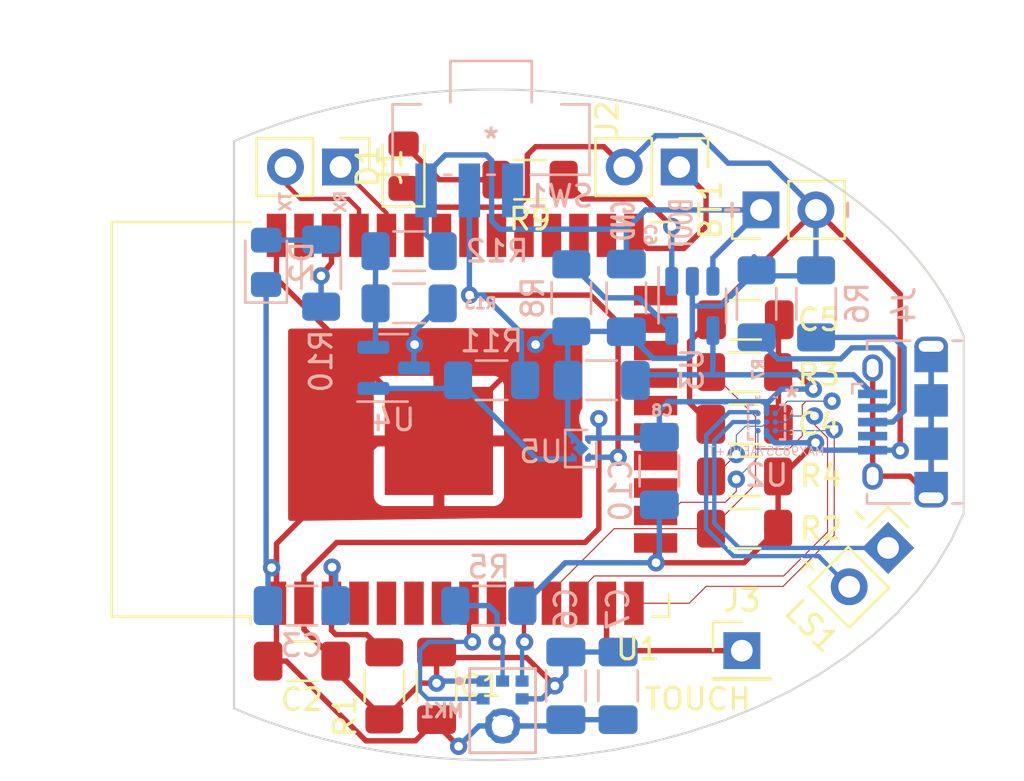
<source format=kicad_pcb>
(kicad_pcb (version 20221018) (generator pcbnew)
  (layers (0 "F.Cu" signal) (31 "B.Cu" signal) (34 "B.Paste" user) (35 "F.Paste" user) (36 "B.SilkS" user "B.Silkscreen") (37 "F.SilkS" user "F.Silkscreen") (38 "B.Mask" user) (39 "F.Mask" user) (44 "Edge.Cuts" user))
  (net 0 "")
  (net 1 "+BATT")
  (net 2 "GND")
  (net 3 "+3.3V")
  (net 4 "Net-(U1-EN)")
  (net 5 "/ESP_RX")
  (net 6 "/ESP_TX")
  (net 7 "/ESP_BOOT")
  (net 8 "Net-(J4-VBUS)")
  (net 9 "Net-(J4-D-)")
  (net 10 "/MIC_WS")
  (net 11 "/MIC_DATA")
  (net 12 "/MIC_BCLK")
  (net 13 "Net-(J4-D+)")
  (net 14 "/Power/CHRG_FULL")
  (net 16 "Net-(J3-Pin_1)")
  (net 17 "unconnected-(J4-Shield-Pad6)")
  (net 18 "/SPK_EN")
  (net 19 "/SPK_DATA")
  (net 20 "/SPK_BCLK")
  (net 21 "/SPK_WS")
  (net 22 "Net-(U3-PROG)")
  (net 40 "/SPK-")
  (net 41 "/SPK+")
  (net 46 "/GAIN_SELECT")
  (net 47 "Net-(U1-IO22)")
  (net 48 "/INDICATOR")
  (net 49 "Net-(U3-STAT)")
  (net 50 "Net-(U5-VIN)")
  (net 51 "Net-(U4-K)")
  (net 52 "Net-(U4-REF)")
  (footprint "Connector_PinHeader_2.54mm:PinHeader_1x02_P2.54mm_Vertical" (layer "F.Cu") (at 168.27 85.852 90)
    (fp_text reference "BT1")
    (fp_text value "Battery_Cell")
  )
  (footprint "Resistor_SMD:R_1206_3216Metric_Pad1.30x1.75mm_HandSolder" (layer "F.Cu") (at 150.876 107.8484 90)
    (fp_text reference "R1")
    (fp_text value "10k")
  )
  (footprint "Capacitor_SMD:C_1206_3216Metric_Pad1.33x1.80mm_HandSolder" (layer "F.Cu") (at 167.513 95.758)
    (fp_text reference "C4")
    (fp_text value "0.1uF")
  )
  (footprint "Capacitor_SMD:C_1206_3216Metric_Pad1.33x1.80mm_HandSolder" (layer "F.Cu") (at 147.066 106.7054)
    (fp_text reference "C2")
    (fp_text value "0.1uF")
  )
  (footprint "Resistor_SMD:R_1206_3216Metric_Pad1.30x1.75mm_HandSolder" (layer "F.Cu") (at 167.513 93.345 180)
    (fp_text reference "R3")
    (fp_text value "210k")
  )
  (footprint "Capacitor_SMD:C_1206_3216Metric_Pad1.33x1.80mm_HandSolder" (layer "F.Cu") (at 167.5515 90.932)
    (fp_text reference "C5")
    (fp_text value "10uF")
  )
  (footprint "Capacitor_SMD:C_1206_3216Metric_Pad1.33x1.80mm_HandSolder" (layer "F.Cu") (at 153.289 107.8484 90)
    (fp_text reference "C1")
    (fp_text value "10uF")
  )
  (footprint "Connector_PinHeader_2.54mm:PinHeader_1x01_P2.54mm_Vertical" (layer "F.Cu") (at 167.386 106.2228)
    (fp_text reference "J3")
    (fp_text value "TOUCH")
  )
  (footprint "Resistor_SMD:R_1206_3216Metric_Pad1.30x1.75mm_HandSolder" (layer "F.Cu") (at 157.607 84.455 180)
    (fp_text reference "R9")
    (fp_text value "150")
  )
  (footprint "Connector_PinHeader_2.54mm:PinHeader_1x02_P2.54mm_Vertical" (layer "F.Cu") (at 148.849 83.8708 -90)
    (fp_text reference "J1")
    (fp_text value "Conn_01x02_Female")
  )
  (footprint "LED_SMD:LED_0805_2012Metric_Pad1.15x1.40mm_HandSolder" (layer "F.Cu") (at 151.765 83.829 90)
    (fp_text reference "D1")
    (fp_text value "LED")
  )
  (footprint "Resistor_SMD:R_1206_3216Metric_Pad1.30x1.75mm_HandSolder" (layer "F.Cu") (at 167.513 98.171)
    (fp_text reference "R4")
    (fp_text value "100k")
  )
  (footprint "RF_Module:ESP32-WROOM-32" (layer "F.Cu") (at 154.149 95.5294 90)
    (fp_text reference "U1")
    (fp_text value "ESP32-WROOM-32")
  )
  (footprint "Connector_PinHeader_2.54mm:PinHeader_1x02_P2.54mm_Vertical" (layer "F.Cu") (at 174.1424 101.473 -45)
    (fp_text reference "LS1")
    (fp_text value "Speaker")
  )
  (footprint "Resistor_SMD:R_1206_3216Metric_Pad1.30x1.75mm_HandSolder" (layer "F.Cu") (at 167.513 100.584 180)
    (fp_text reference "R2")
    (fp_text value "100k")
  )
  (footprint "Connector_PinHeader_2.54mm:PinHeader_1x02_P2.54mm_Vertical" (layer "F.Cu") (at 164.4954 83.8708 -90)
    (fp_text reference "J2")
    (fp_text value "Conn_01x02_Female")
  )
  (footprint "Resistor_SMD:R_1206_3216Metric_Pad1.30x1.75mm_HandSolder" (layer "B.Cu") (at 155.702 104.14)
    (fp_text reference "R5")
    (fp_text value "100k")
  )
  (footprint "Package_TO_SOT_SMD:SOT-23" (layer "B.Cu") (at 151.3055 93.152)
    (fp_text reference "U4")
    (fp_text value "TL431DBZ")
  )
  (footprint "Capacitor_SMD:C_1206_3216Metric_Pad1.33x1.80mm_HandSolder" (layer "B.Cu") (at 163.576 97.917 -90)
    (fp_text reference "C10")
    (fp_text value "1uF")
  )
  (footprint "Capacitor_SMD:C_1206_3216Metric_Pad1.33x1.80mm_HandSolder" (layer "B.Cu") (at 162.052 89.916 -90)
    (fp_text reference "C9")
    (fp_text value "4.7uF")
  )
  (footprint "CMM-3526D-261-I2S-TR:MIC_CMM-3526D-261-I2S-TR" (layer "B.Cu") (at 156.337 108.9914 180)
    (fp_text reference "MK1")
    (fp_text value "CMM-3526D-261-I2S-TR")
  )
  (footprint "LED_SMD:LED_0805_2012Metric_Pad1.15x1.40mm_HandSolder" (layer "B.Cu") (at 145.415 88.274 90)
    (fp_text reference "D2")
    (fp_text value "LED")
  )
  (footprint "Package_TO_SOT_SMD:SOT-23-5" (layer "B.Cu") (at 165.1 90.2915 -90)
    (fp_text reference "U3")
    (fp_text value "MCP73831-2-OT")
  )
  (footprint "Resistor_SMD:R_1206_3216Metric_Pad1.30x1.75mm_HandSolder" (layer "B.Cu") (at 168.067 90.1954 90)
    (fp_text reference "R7")
    (fp_text value "10k")
  )
  (footprint "Capacitor_SMD:C_1206_3216Metric_Pad1.33x1.80mm_HandSolder" (layer "B.Cu") (at 160.909 93.726 180)
    (fp_text reference "C8")
    (fp_text value "4.7uF")
  )
  (footprint "MAX98357AEWL+T:MAX98357AEWL&plus_T" (layer "B.Cu") (at 168.529 95.6564 180)
    (fp_text reference "U2")
    (fp_text value "MAX98357AEWL+T")
  )
  (footprint "Resistor_SMD:R_1206_3216Metric_Pad1.30x1.75mm_HandSolder" (layer "B.Cu") (at 147.955 88.773 90)
    (fp_text reference "R10")
    (fp_text value "100")
  )
  (footprint "Capacitor_SMD:C_1206_3216Metric_Pad1.33x1.80mm_HandSolder" (layer "B.Cu") (at 161.671 107.8484 90)
    (fp_text reference "C7")
    (fp_text value "1uF")
  )
  (footprint "Connector_USB:USB_Micro-B_Amphenol_10118194_Horizontal" (layer "B.Cu") (at 174.829 95.6564 -90)
    (fp_text reference "J4")
    (fp_text value "USB_B_Micro")
  )
  (footprint "Resistor_SMD:R_1206_3216Metric_Pad1.30x1.75mm_HandSolder" (layer "B.Cu") (at 170.815 90.1954 90)
    (fp_text reference "R6")
    (fp_text value "10k")
  )
  (footprint "Package_DFN_QFN:OnSemi_XDFN4-1EP_1.0x1.0mm_EP0.52x0.52mm" (layer "B.Cu") (at 159.949 96.878 180)
    (fp_text reference "U5")
    (fp_text value "NCP160AMX330TBG")
  )
  (footprint "Capacitor_SMD:C_1206_3216Metric_Pad1.33x1.80mm_HandSolder" (layer "B.Cu") (at 147.066 104.14)
    (fp_text reference "C3")
    (fp_text value "10uF")
  )
  (footprint "CSS-1210TB:CSS-1210TB" (layer "B.Cu") (at 155.8036 82.6008)
    (fp_text reference "SW1")
    (fp_text value "CSS-1210TB" hide)
  )
  (footprint "Capacitor_SMD:C_1206_3216Metric_Pad1.33x1.80mm_HandSolder" (layer "B.Cu") (at 159.258 107.8484 90)
    (fp_text reference "C6")
    (fp_text value "0.1uF")
  )
  (footprint "Resistor_SMD:R_1206_3216Metric_Pad1.30x1.75mm_HandSolder" (layer "B.Cu") (at 155.829 93.726 180)
    (fp_text reference "R11")
    (fp_text value "10k")
  )
  (footprint "Resistor_SMD:R_1206_3216Metric_Pad1.30x1.75mm_HandSolder" (layer "B.Cu") (at 152.019 90.17 180)
    (fp_text reference "R13")
    (fp_text value "120k")
  )
  (footprint "Resistor_SMD:R_1206_3216Metric_Pad1.30x1.75mm_HandSolder" (layer "B.Cu") (at 159.512 89.916 -90)
    (fp_text reference "R8")
    (fp_text value "4k")
  )
  (footprint "Resistor_SMD:R_1206_3216Metric_Pad1.30x1.75mm_HandSolder" (layer "B.Cu") (at 152.019 87.757)
    (fp_text reference "R12")
    (fp_text value "220k")
  )
  (gr_poly (pts (xy 156.878576 80.296983) (xy 157.816994 80.337546) (xy 158.746255 80.404523) (xy 159.665451 80.497438) (xy 160.573675 80.615814) (xy 161.47002 80.759174) (xy 162.353577 80.927039) (xy 163.223439 81.118934) (xy 164.078699 81.334381) (xy 164.918449 81.572902) (xy 165.741781 81.834021) (xy 166.547787 82.11726) (xy 167.335561 82.422142) (xy 168.104194 82.748191) (xy 168.852779 83.094928) (xy 169.580408 83.461876) (xy 170.286174 83.848559) (xy 170.969169 84.254499) (xy 171.628485 84.679219) (xy 172.263214 85.122242) (xy 172.87245 85.58309) (xy 173.455285 86.061287) (xy 174.010811 86.556355) (xy 174.538119 87.067817) (xy 175.036304 87.595196) (xy 175.504457 88.138015) (xy 175.94167 88.695796) (xy 176.347036 89.268062) (xy 176.719647 89.854336) (xy 177.058596 90.454141) (xy 177.362975 91.067) (xy 177.631877 91.692435) (xy 177.631877 99.876947) (xy 177.058353 101.115047) (xy 176.346588 102.300928) (xy 175.503843 103.430776) (xy 174.537376 104.500774) (xy 173.454447 105.507106) (xy 172.262316 106.445957) (xy 170.968241 107.31351) (xy 169.579482 108.10595) (xy 168.103298 108.819461) (xy 166.546949 109.450226) (xy 164.917695 109.994431) (xy 163.222793 110.448259) (xy 161.469505 110.807894) (xy 159.665088 111.069521) (xy 157.816803 111.229324) (xy 155.931909 111.283487) (xy 155.136603 111.273507) (xy 154.34405 111.244255) (xy 153.554956 111.195871) (xy 152.770024 111.128496) (xy 151.989961 111.04227) (xy 151.215471 110.937333) (xy 150.447258 110.813827) (xy 149.686028 110.671891) (xy 148.932484 110.511668) (xy 148.187333 110.333296) (xy 147.451279 110.136917) (xy 146.725025 109.922672) (xy 146.009279 109.6907) (xy 145.304743 109.441143) (xy 144.612123 109.174141) (xy 143.932124 108.889835) (xy 143.932126 82.676446) (xy 144.612138 82.392174) (xy 145.304769 82.125206) (xy 146.009315 81.875682) (xy 146.725069 81.643744) (xy 147.451328 81.429533) (xy 148.187387 81.233187) (xy 148.932541 81.054849) (xy 149.686085 80.894658) (xy 150.447315 80.752755) (xy 151.215525 80.629282) (xy 151.990011 80.524377) (xy 152.770068 80.438182) (xy 153.55499 80.370838) (xy 154.344075 80.322485) (xy 155.136616 80.293263) (xy 155.931908 80.283313) (xy 155.931909 80.283313)) (stroke (width 0.1)) (fill none) (layer "Edge.Cuts"))
  (gr_text "-" (at 172.212 85.852 90) (layer "B.SilkS") (effects (font (size 0.8 0.8)) (justify mirror)))
  (gr_text "RX" (at 148.844 85.471 90) (layer "B.SilkS") (effects (font (size 0.5 0.5) (thickness 0.125)) (justify mirror)))
  (gr_text "GND" (at 161.925 86.36 90) (layer "B.SilkS") (effects (font (size 1 0.6)) (justify mirror)))
  (gr_text "BOOT" (at 164.592 86.487 90) (layer "B.SilkS") (effects (font (size 1 0.6) (thickness 0.125)) (justify mirror)))
  (gr_text "+" (at 166.878 85.852 90) (layer "B.SilkS") (effects (font (size 0.8 0.8)) (justify mirror)))
  (gr_text "TX" (at 146.304 85.471 90) (layer "B.SilkS") (effects (font (size 0.5 0.5) (thickness 0.125)) (justify mirror)))
  (gr_text "\n+" (at 169.799 102.8446 -225) (layer "F.SilkS") (effects (font (size 1 1) (thickness 0.1))))
  (gr_text "-" (at 172.7962 99.9998 -225) (layer "F.SilkS") (effects (font (size 0.6 0.6))))
  (segment (start 166.05 89.154) (end 166.05 88.072) (width 0.25) (layer "B.Cu") (net 1))
  (segment (start 162.052 88.3535) (end 162.052 86.741) (width 0.25) (layer "B.Cu") (net 1))
  (segment (start 152.803225 84.201) (end 152.803225 84.9503) (width 0.25) (layer "B.Cu") (net 1))
  (segment (start 155.829 83.566) (end 155.575 83.312) (width 0.25) (layer "B.Cu") (net 1))
  (segment (start 153.569 87.757) (end 152.803225 86.991225) (width 0.25) (layer "B.Cu") (net 1))
  (segment (start 156.21 86.741) (end 155.829 86.36) (width 0.25) (layer "B.Cu") (net 1))
  (segment (start 152.803225 86.991225) (end 152.803225 84.9503) (width 0.25) (layer "B.Cu") (net 1))
  (segment (start 155.829 86.36) (end 155.829 83.566) (width 0.25) (layer "B.Cu") (net 1))
  (segment (start 155.575 83.312) (end 153.692225 83.312) (width 0.25) (layer "B.Cu") (net 1))
  (segment (start 153.692225 83.312) (end 152.803225 84.201) (width 0.25) (layer "B.Cu") (net 1))
  (segment (start 162.052 86.741) (end 162.941 85.852) (width 0.25) (layer "B.Cu") (net 1))
  (segment (start 162.052 86.741) (end 156.21 86.741) (width 0.25) (layer "B.Cu") (net 1))
  (segment (start 162.941 85.852) (end 168.27 85.852) (width 0.25) (layer "B.Cu") (net 1))
  (segment (start 166.05 88.072) (end 168.27 85.852) (width 0.25) (layer "B.Cu") (net 1))
  (segment (start 174.7012 89.7432) (end 174.7012 96.9772) (width 0.25) (layer "F.Cu") (net 2))
  (segment (start 163.404 102.1392) (end 163.4236 102.1588) (width 0.25) (layer "F.Cu") (net 2))
  (segment (start 150.027827 110.3884) (end 152.3115 110.3884) (width 0.25) (layer "F.Cu") (net 2))
  (segment (start 153.4066 96.5294) (end 153.394 96.5294) (width 0.25) (layer "F.Cu") (net 2))
  (segment (start 165.9505 95.758) (end 164.973 94.7805) (width 0.25) (layer "F.Cu") (net 2))
  (segment (start 156.972 85.725) (end 157.48 85.217) (width 0.25) (layer "F.Cu") (net 2))
  (segment (start 145.894 101.854) (end 145.894 102.1624) (width 0.25) (layer "F.Cu") (net 2))
  (segment (start 145.894 102.1624) (end 145.669 102.3874) (width 0.25) (layer "F.Cu") (net 2))
  (segment (start 167.4882 102.1588) (end 163.4236 102.1588) (width 0.25) (layer "F.Cu") (net 2))
  (segment (start 145.894 102.6124) (end 145.894 104.0294) (width 0.25) (layer "F.Cu") (net 2))
  (segment (start 145.894 89.0294) (end 153.394 96.5294) (width 0.25) (layer "F.Cu") (net 2))
  (segment (start 165.989 90.673) (end 170.81 85.852) (width 0.25) (layer "F.Cu") (net 2))
  (segment (start 145.894 101.2794) (end 145.894 101.854) (width 0.25) (layer "F.Cu") (net 2))
  (segment (start 164.973 91.948) (end 165.989 90.932) (width 0.25) (layer "F.Cu") (net 2))
  (segment (start 151.765 84.854) (end 152.636 85.725) (width 0.25) (layer "F.Cu") (net 2))
  (segment (start 153.394 96.5294) (end 153.394 96.161) (width 0.25) (layer "F.Cu") (net 2))
  (segment (start 170.7896 96.6109) (end 169.2295 98.171) (width 0.25) (layer "F.Cu") (net 2))
  (segment (start 153.394 96.5294) (end 150.644 96.5294) (width 0.25) (layer "F.Cu") (net 2))
  (segment (start 163.404 101.2444) (end 163.404 102.1392) (width 0.25) (layer "F.Cu") (net 2))
  (segment (start 145.894 104.0294) (end 145.894 106.3149) (width 0.25) (layer "F.Cu") (net 2))
  (segment (start 150.644 96.5294) (end 145.894 101.2794) (width 0.25) (layer "F.Cu") (net 2))
  (segment (start 153.289 109.4109) (end 153.289 109.6264) (width 0.25) (layer "F.Cu") (net 2))
  (segment (start 145.669 102.3874) (end 145.894 102.6124) (width 0.25) (layer "F.Cu") (net 2))
  (segment (start 164.973 94.7805) (end 164.973 91.948) (width 0.25) (layer "F.Cu") (net 2))
  (segment (start 153.289 109.6264) (end 154.305 110.6424) (width 0.25) (layer "F.Cu") (net 2))
  (segment (start 169.2295 98.171) (end 169.063 98.171) (width 0.25) (layer "F.Cu") (net 2))
  (segment (start 169.063 100.584) (end 167.4882 102.1588) (width 0.25) (layer "F.Cu") (net 2))
  (segment (start 157.48 83.312) (end 157.861 82.931) (width 0.25) (layer "F.Cu") (net 2))
  (segment (start 157.48 85.217) (end 157.48 83.312) (width 0.25) (layer "F.Cu") (net 2))
  (segment (start 157.861 92.075) (end 153.4066 96.5294) (width 0.25) (layer "F.Cu") (net 2))
  (segment (start 165.989 90.932) (end 165.989 90.673) (width 0.25) (layer "F.Cu") (net 2))
  (segment (start 145.5035 106.7054) (end 146.344827 106.7054) (width 0.25) (layer "F.Cu") (net 2))
  (segment (start 145.894 106.3149) (end 145.5035 106.7054) (width 0.25) (layer "F.Cu") (net 2))
  (segment (start 170.81 85.852) (end 174.7012 89.7432) (width 0.25) (layer "F.Cu") (net 2))
  (segment (start 161.0156 82.931) (end 161.9554 83.8708) (width 0.25) (layer "F.Cu") (net 2))
  (segment (start 152.3115 110.3884) (end 153.289 109.4109) (width 0.25) (layer "F.Cu") (net 2))
  (segment (start 152.636 85.725) (end 156.972 85.725) (width 0.25) (layer "F.Cu") (net 2))
  (segment (start 169.063 100.584) (end 169.063 98.171) (width 0.25) (layer "F.Cu") (net 2))
  (segment (start 145.894 101.854) (end 145.894 104.0294) (width 0.25) (layer "F.Cu") (net 2))
  (segment (start 145.894 87.0294) (end 145.894 89.0294) (width 0.25) (layer "F.Cu") (net 2))
  (segment (start 146.344827 106.7054) (end 150.027827 110.3884) (width 0.25) (layer "F.Cu") (net 2))
  (segment (start 157.861 82.931) (end 161.0156 82.931) (width 0.25) (layer "F.Cu") (net 2))
  (via (at 170.7896 96.6109) (size 0.8) (drill 0.4) (layers "F.Cu" "B.Cu") (net 2))
  (via (at 145.669 102.3874) (size 0.8) (drill 0.4) (layers "F.Cu" "B.Cu") (net 2))
  (via (at 174.7012 96.9772) (size 0.8) (drill 0.4) (layers "F.Cu" "B.Cu") (net 2))
  (via (at 152.273 92.075) (size 0.8) (drill 0.4) (layers "F.Cu" "B.Cu") (net 2))
  (via (at 157.861 92.075) (size 0.8) (drill 0.4) (layers "F.Cu" "B.Cu") (net 2))
  (via (at 163.4236 102.1588) (size 0.8) (drill 0.4) (layers "F.Cu" "B.Cu") (net 2))
  (via (at 154.305 110.6424) (size 0.8) (drill 0.4) (layers "F.Cu" "B.Cu") (net 2))
  (segment (start 162.0395 91.466) (end 162.052 91.4785) (width 0.25) (layer "B.Cu") (net 2))
  (segment (start 156.972 110.0074) (end 156.6155 110.3639) (width 0.25) (layer "B.Cu") (net 2))
  (segment (start 159.3465 93.726) (end 159.3465 96.1155) (width 0.25) (layer "B.Cu") (net 2))
  (segment (start 171.1351 96.9564) (end 173.429 96.9564) (width 0.25) (layer "B.Cu") (net 2))
  (segment (start 155.246 109.7014) (end 154.305 110.6424) (width 0.25) (layer "B.Cu") (net 2))
  (segment (start 156.068499 110.3639) (end 156.337 110.3639) (width 0.25) (layer "B.Cu") (net 2))
  (segment (start 170.7896 96.6109) (end 171.1351 96.9564) (width 0.25) (layer "B.Cu") (net 2))
  (segment (start 165.1 92.504256) (end 165.1 89.154) (width 0.25) (layer "B.Cu") (net 2))
  (segment (start 159.3465 96.1155) (end 159.624 96.393) (width 0.25) (layer "B.Cu") (net 2))
  (segment (start 156.6155 110.3639) (end 156.337 110.3639) (width 0.25) (layer "B.Cu") (net 2))
  (segment (start 159.949 96.718) (end 159.624 96.393) (width 0.25) (layer "B.Cu") (net 2))
  (segment (start 145.5035 104.14) (end 145.5035 102.5529) (width 0.25) (layer "B.Cu") (net 2))
  (segment (start 156.299501 109.076399) (end 155.956 109.076399) (width 0.25) (layer "B.Cu") (net 2))
  (segment (start 156.9995 109.7014) (end 158.9675 109.7014) (width 0.25) (layer "B.Cu") (net 2))
  (segment (start 168.651 83.693) (end 170.81 85.852) (width 0.25) (layer "B.Cu") (net 2))
  (segment (start 168.529 96.236005) (end 168.529 96.0564) (width 0.25) (layer "B.Cu") (net 2))
  (segment (start 161.036 91.466) (end 162.0395 91.466) (width 0.25) (layer "B.Cu") (net 2))
  (segment (start 174.6804 96.9564) (end 174.7012 96.9772) (width 0.25) (layer "B.Cu") (net 2))
  (segment (start 162.052 91.4785) (end 163.2835 92.71) (width 0.25) (layer "B.Cu") (net 2))
  (segment (start 155.711999 109.738899) (end 155.711999 110.0074) (width 0.25) (layer "B.Cu") (net 2))
  (segment (start 166.751 83.693) (end 168.651 83.693) (width 0.25) (layer "B.Cu") (net 2))
  (segment (start 170.7896 96.6109) (end 168.903895 96.6109) (width 0.25) (layer "B.Cu") (net 2))
  (segment (start 152.243 92.105) (end 152.273 92.075) (width 0.25) (layer "B.Cu") (net 2))
  (segment (start 168.903895 96.6109) (end 168.529 96.236005) (width 0.25) (layer "B.Cu") (net 2))
  (segment (start 155.956 109.076399) (end 155.6745 109.357899) (width 0.25) (layer "B.Cu") (net 2))
  (segment (start 152.243 91.496) (end 153.569 90.17) (width 0.25) (layer "B.Cu") (net 2))
  (segment (start 152.273 92.075) (end 152.243 92.045) (width 0.25) (layer "B.Cu") (net 2))
  (segment (start 163.2835 92.71) (end 164.894256 92.71) (width 0.25) (layer "B.Cu") (net 2))
  (segment (start 158.47 91.466) (end 157.861 92.075) (width 0.25) (layer "B.Cu") (net 2))
  (segment (start 155.6745 109.7014) (end 155.711999 109.738899) (width 0.25) (layer "B.Cu") (net 2))
  (segment (start 152.243 92.045) (end 152.243 91.496) (width 0.25) (layer "B.Cu") (net 2))
  (segment (start 155.711999 110.0074) (end 156.068499 110.3639) (width 0.25) (layer "B.Cu") (net 2))
  (segment (start 159.949 96.878) (end 159.949 96.718) (width 0.25) (layer "B.Cu") (net 2))
  (segment (start 158.9675 109.7014) (end 159.258 109.4109) (width 0.25) (layer "B.Cu") (net 2))
  (segment (start 159.3465 91.6315) (end 159.512 91.466) (width 0.25) (layer "B.Cu") (net 2))
  (segment (start 165.481 82.423) (end 166.751 83.693) (width 0.25) (layer "B.Cu") (net 2))
  (segment (start 163.576 102.0064) (end 163.4236 102.1588) (width 0.25) (layer "B.Cu") (net 2))
  (segment (start 159.512 91.466) (end 161.036 91.466) (width 0.25) (layer "B.Cu") (net 2))
  (segment (start 163.576 99.4795) (end 163.576 102.0064) (width 0.25) (layer "B.Cu") (net 2))
  (segment (start 155.6745 109.357899) (end 155.6745 109.7014) (width 0.25) (layer "B.Cu") (net 2))
  (segment (start 155.6745 109.7014) (end 155.246 109.7014) (width 0.25) (layer "B.Cu") (net 2))
  (segment (start 156.9995 109.7014) (end 156.972 109.7289) (width 0.25) (layer "B.Cu") (net 2))
  (segment (start 159.3465 93.726) (end 159.3465 91.6315) (width 0.25) (layer "B.Cu") (net 2))
  (segment (start 166.4154 90.297) (end 168.067 88.6454) (width 0.25) (layer "B.Cu") (net 2))
  (segment (start 156.337 109.0389) (end 156.374499 109.076399) (width 0.25) (layer "B.Cu") (net 2))
  (segment (start 152.243 93.152) (end 152.243 92.105) (width 0.25) (layer "B.Cu") (net 2))
  (segment (start 165.227 90.297) (end 166.4154 90.297) (width 0.25) (layer "B.Cu") (net 2))
  (segment (start 170.81 88.6404) (end 170.81 85.852) (width 0.25) (layer "B.Cu") (net 2))
  (segment (start 164.894256 92.71) (end 165.1 92.504256) (width 0.25) (layer "B.Cu") (net 2))
  (segment (start 156.337 109.0389) (end 156.299501 109.076399) (width 0.25) (layer "B.Cu") (net 2))
  (segment (start 145.5035 102.5529) (end 145.669 102.3874) (width 0.25) (layer "B.Cu") (net 2))
  (segment (start 161.9554 83.8708) (end 163.4032 82.423) (width 0.25) (layer "B.Cu") (net 2))
  (segment (start 156.972 109.7289) (end 156.972 110.0074) (width 0.25) (layer "B.Cu") (net 2))
  (segment (start 157.252 104.14) (end 159.2332 102.1588) (width 0.25) (layer "B.Cu") (net 2))
  (segment (start 159.512 91.466) (end 158.47 91.466) (width 0.25) (layer "B.Cu") (net 2))
  (segment (start 156.374499 109.076399) (end 156.718 109.076399) (width 0.25) (layer "B.Cu") (net 2))
  (segment (start 145.415 102.1334) (end 145.669 102.3874) (width 0.25) (layer "B.Cu") (net 2))
  (segment (start 156.9995 109.357899) (end 156.9995 109.7014) (width 0.25) (layer "B.Cu") (net 2))
  (segment (start 159.2332 102.1588) (end 163.4236 102.1588) (width 0.25) (layer "B.Cu") (net 2))
  (segment (start 173.429 96.9564) (end 174.6804 96.9564) (width 0.25) (layer "B.Cu") (net 2))
  (segment (start 156.718 109.076399) (end 156.9995 109.357899) (width 0.25) (layer "B.Cu") (net 2))
  (segment (start 163.4032 82.423) (end 165.481 82.423) (width 0.25) (layer "B.Cu") (net 2))
  (segment (start 167.94884 88.01924) (end 168.829 88.8994) (width 0.25) (layer "B.Cu") (net 2))
  (segment (start 159.258 109.4109) (end 161.671 109.4109) (width 0.25) (layer "B.Cu") (net 2))
  (segment (start 168.829 88.8994) (end 171.115 88.8994) (width 0.25) (layer "B.Cu") (net 2))
  (segment (start 145.415 89.299) (end 145.415 102.1334) (width 0.25) (layer "B.Cu") (net 2))
  (segment (start 170.815 88.6454) (end 170.81 88.6404) (width 0.25) (layer "B.Cu") (net 2))
  (segment (start 147.164 104.0294) (end 147.164 105.2409) (width 0.25) (layer "F.Cu") (net 3))
  (segment (start 169.0755 95.758) (end 169.0755 90.9705) (width 0.25) (layer "F.Cu") (net 3))
  (segment (start 169.9006 93.345) (end 170.688 94.1324) (width 0.25) (layer "F.Cu") (net 3))
  (segment (start 153.5445 106.5414) (end 157.443 106.5414) (width 0.25) (layer "F.Cu") (net 3))
  (segment (start 169.0755 90.9705) (end 169.114 90.932) (width 0.25) (layer "F.Cu") (net 3))
  (segment (start 157.443 106.5414) (end 158.75 107.8484) (width 0.25) (layer "F.Cu") (net 3))
  (segment (start 152.553 107.7214) (end 153.289 107.7214) (width 0.25) (layer "F.Cu") (net 3))
  (segment (start 148.67969 101.219) (end 147.164 102.73469) (width 0.25) (layer "F.Cu") (net 3))
  (segment (start 147.164 102.73469) (end 147.164 104.0294) (width 0.25) (layer "F.Cu") (net 3))
  (segment (start 148.6285 107.1509) (end 150.876 109.3984) (width 0.25) (layer "F.Cu") (net 3))
  (segment (start 147.164 105.2409) (end 148.6285 106.7054) (width 0.25) (layer "F.Cu") (net 3))
  (segment (start 160.782 95.504) (end 160.782 100.584) (width 0.25) (layer "F.Cu") (net 3))
  (segment (start 160.147 101.219) (end 148.67969 101.219) (width 0.25) (layer "F.Cu") (net 3))
  (segment (start 169.063 93.345) (end 169.9006 93.345) (width 0.25) (layer "F.Cu") (net 3))
  (segment (start 153.289 106.4129) (end 153.289 107.7214) (width 0.25) (layer "F.Cu") (net 3))
  (segment (start 153.289 106.2859) (end 153.5445 106.5414) (width 0.25) (layer "F.Cu") (net 3))
  (segment (start 148.6285 106.7054) (end 148.6285 107.1509) (width 0.25) (layer "F.Cu") (net 3))
  (segment (start 160.782 100.584) (end 160.147 101.219) (width 0.25) (layer "F.Cu") (net 3))
  (segment (start 150.876 109.3984) (end 152.553 107.7214) (width 0.25) (layer "F.Cu") (net 3))
  (via (at 153.289 107.7214) (size 0.8) (drill 0.4) (layers "F.Cu" "B.Cu") (net 3))
  (via (at 158.75 107.8484) (size 0.8) (drill 0.4) (layers "F.Cu" "B.Cu") (net 3))
  (via (at 170.688 94.1324) (size 0.8) (drill 0.4) (layers "F.Cu" "B.Cu") (net 3))
  (via (at 160.782 95.504) (size 0.8) (drill 0.4) (layers "F.Cu" "B.Cu") (net 3))
  (segment (start 158.75 107.8484) (end 159.258 107.3404) (width 0.25) (layer "B.Cu") (net 3))
  (segment (start 159.258 106.2859) (end 161.671 106.2859) (width 0.25) (layer "B.Cu") (net 3))
  (segment (start 169.2148 94.1324) (end 170.688 94.1324) (width 0.25) (layer "B.Cu") (net 3))
  (segment (start 159.258 107.3404) (end 159.258 106.2859) (width 0.25) (layer "B.Cu") (net 3))
  (segment (start 163.5375 96.393) (end 163.576 96.3545) (width 0.25) (layer "B.Cu") (net 3))
  (segment (start 168.529 94.871298) (end 168.5036 94.845898) (width 0.25) (layer "B.Cu") (net 3))
  (segment (start 153.383 107.6274) (end 153.289 107.7214) (width 0.25) (layer "B.Cu") (net 3))
  (segment (start 163.9824 94.7166) (end 163.576 95.123) (width 0.25) (layer "B.Cu") (net 3))
  (segment (start 155.437 107.6274) (end 153.383 107.6274) (width 0.25) (layer "B.Cu") (net 3))
  (segment (start 160.274 96.393) (end 163.5375 96.393) (width 0.25) (layer "B.Cu") (net 3))
  (segment (start 168.5036 94.8436) (end 168.6306 94.7166) (width 0.25) (layer "B.Cu") (net 3))
  (segment (start 157.237 108.4494) (end 158.149 108.4494) (width 0.25) (layer "B.Cu") (net 3))
  (segment (start 168.529 95.2564) (end 168.529 94.871298) (width 0.25) (layer "B.Cu") (net 3))
  (segment (start 158.149 108.4494) (end 158.75 107.8484) (width 0.25) (layer "B.Cu") (net 3))
  (segment (start 163.576 95.123) (end 163.576 96.3545) (width 0.25) (layer "B.Cu") (net 3))
  (segment (start 168.6306 94.7166) (end 163.9824 94.7166) (width 0.25) (layer "B.Cu") (net 3))
  (segment (start 160.782 96.393) (end 160.782 95.504) (width 0.25) (layer "B.Cu") (net 3))
  (segment (start 168.6306 94.7166) (end 169.2148 94.1324) (width 0.25) (layer "B.Cu") (net 3))
  (segment (start 168.5036 94.845898) (end 168.5036 94.8436) (width 0.25) (layer "B.Cu") (net 3))
  (segment (start 150.058 105.4804) (end 150.876 106.2984) (width 0.25) (layer "F.Cu") (net 4))
  (segment (start 148.434 105.2794) (end 148.635 105.4804) (width 0.25) (layer "F.Cu") (net 4))
  (segment (start 148.434 104.0294) (end 148.434 102.391) (width 0.25) (layer "F.Cu") (net 4))
  (segment (start 148.434 102.391) (end 148.463 102.362) (width 0.25) (layer "F.Cu") (net 4))
  (segment (start 148.635 105.4804) (end 150.058 105.4804) (width 0.25) (layer "F.Cu") (net 4))
  (segment (start 148.434 104.0294) (end 148.434 105.2794) (width 0.25) (layer "F.Cu") (net 4))
  (via (at 148.463 102.362) (size 0.8) (drill 0.4) (layers "F.Cu" "B.Cu") (net 4))
  (segment (start 148.6285 102.5275) (end 148.463 102.362) (width 0.25) (layer "B.Cu") (net 4))
  (segment (start 148.6285 104.14) (end 148.6285 102.5275) (width 0.25) (layer "B.Cu") (net 4))
  (segment (start 150.974 85.9958) (end 148.849 83.8708) (width 0.2) (layer "F.Cu") (net 5))
  (segment (start 150.974 87.0294) (end 150.974 85.9958) (width 0.2) (layer "F.Cu") (net 5))
  (segment (start 146.309 84.6378) (end 146.309 83.8708) (width 0.2) (layer "F.Cu") (net 6))
  (segment (start 149.704 85.8294) (end 149.2186 85.344) (width 0.2) (layer "F.Cu") (net 6))
  (segment (start 147.0152 85.344) (end 146.309 84.6378) (width 0.2) (layer "F.Cu") (net 6))
  (segment (start 149.704 87.0294) (end 149.704 85.8294) (width 0.2) (layer "F.Cu") (net 6))
  (segment (start 149.2186 85.344) (end 147.0152 85.344) (width 0.2) (layer "F.Cu") (net 6))
  (segment (start 164.719 87.63) (end 165.735 86.614) (width 0.25) (layer "F.Cu") (net 7))
  (segment (start 162.404 87.0294) (end 163.0046 87.63) (width 0.25) (layer "F.Cu") (net 7))
  (segment (start 165.735 86.614) (end 165.735 85.1104) (width 0.25) (layer "F.Cu") (net 7))
  (segment (start 165.735 85.1104) (end 164.4954 83.8708) (width 0.25) (layer "F.Cu") (net 7))
  (segment (start 163.0046 87.63) (end 164.719 87.63) (width 0.25) (layer "F.Cu") (net 7))
  (segment (start 166.05 91.429) (end 166.05 93.4055) (width 0.25) (layer "B.Cu") (net 8))
  (segment (start 173.429 94.3564) (end 172.5441 93.4715) (width 0.25) (layer "B.Cu") (net 8))
  (segment (start 166.116 93.4715) (end 162.726 93.4715) (width 0.25) (layer "B.Cu") (net 8))
  (segment (start 162.726 93.4715) (end 162.4715 93.726) (width 0.25) (layer "B.Cu") (net 8))
  (segment (start 172.5441 93.4715) (end 166.116 93.4715) (width 0.25) (layer "B.Cu") (net 8))
  (segment (start 166.05 93.4055) (end 166.116 93.4715) (width 0.25) (layer "B.Cu") (net 8))
  (segment (start 174.371 94.7994) (end 174.371 92.7354) (width 0.25) (layer "B.Cu") (net 9))
  (segment (start 172.466 92.2274) (end 171.958 92.7354) (width 0.25) (layer "B.Cu") (net 9))
  (segment (start 174.371 92.7354) (end 173.863 92.2274) (width 0.25) (layer "B.Cu") (net 9))
  (segment (start 173.429 95.0064) (end 174.164 95.0064) (width 0.25) (layer "B.Cu") (net 9))
  (segment (start 174.164 95.0064) (end 174.371 94.7994) (width 0.25) (layer "B.Cu") (net 9))
  (segment (start 169.057 92.7354) (end 168.067 91.7454) (width 0.25) (layer "B.Cu") (net 9))
  (segment (start 173.863 92.2274) (end 172.466 92.2274) (width 0.25) (layer "B.Cu") (net 9))
  (segment (start 171.958 92.7354) (end 169.057 92.7354) (width 0.25) (layer "B.Cu") (net 9))
  (segment (start 157.324 104.0294) (end 157.324 105.7874) (width 0.2) (layer "F.Cu") (net 10))
  (segment (start 157.353 105.8164) (end 157.324 105.7874) (width 0.2) (layer "F.Cu") (net 10))
  (via (at 157.353 105.8164) (size 0.8) (drill 0.4) (layers "F.Cu" "B.Cu") (net 10))
  (segment (start 157.237 107.6274) (end 157.237 105.9324) (width 0.2) (layer "B.Cu") (net 10))
  (segment (start 157.237 105.9324) (end 157.353 105.8164) (width 0.2) (layer "B.Cu") (net 10))
  (segment (start 156.054 105.7874) (end 156.054 104.0294) (width 0.2) (layer "F.Cu") (net 11))
  (segment (start 156.083 105.8164) (end 156.054 105.7874) (width 0.2) (layer "F.Cu") (net 11))
  (via (at 156.083 105.8164) (size 0.8) (drill 0.4) (layers "F.Cu" "B.Cu") (net 11))
  (segment (start 156.083 105.8164) (end 156.337 106.0704) (width 0.2) (layer "B.Cu") (net 11))
  (segment (start 155.702 104.14) (end 156.083 104.521) (width 0.25) (layer "B.Cu") (net 11))
  (segment (start 156.083 104.521) (end 156.083 105.8164) (width 0.25) (layer "B.Cu") (net 11))
  (segment (start 154.152 104.14) (end 155.702 104.14) (width 0.25) (layer "B.Cu") (net 11))
  (segment (start 156.337 106.0704) (end 156.337 107.6274) (width 0.2) (layer "B.Cu") (net 11))
  (segment (start 154.784 104.0294) (end 154.784 105.6604) (width 0.2) (layer "F.Cu") (net 12))
  (segment (start 154.784 105.6604) (end 154.94 105.8164) (width 0.2) (layer "F.Cu") (net 12))
  (via (at 154.94 105.8164) (size 0.8) (drill 0.4) (layers "F.Cu" "B.Cu") (net 12))
  (segment (start 152.527 106.1974) (end 152.908 105.8164) (width 0.2) (layer "B.Cu") (net 12))
  (segment (start 152.527 108.1024) (end 152.527 106.1974) (width 0.2) (layer "B.Cu") (net 12))
  (segment (start 152.874 108.4494) (end 152.527 108.1024) (width 0.2) (layer "B.Cu") (net 12))
  (segment (start 152.908 105.8164) (end 154.94 105.8164) (width 0.2) (layer "B.Cu") (net 12))
  (segment (start 155.437 108.4494) (end 152.874 108.4494) (width 0.2) (layer "B.Cu") (net 12))
  (segment (start 174.354 95.6564) (end 174.879 95.1314) (width 0.25) (layer "B.Cu") (net 13))
  (segment (start 174.879 92.2274) (end 174.397 91.7454) (width 0.25) (layer "B.Cu") (net 13))
  (segment (start 174.879 95.1314) (end 174.879 92.2274) (width 0.25) (layer "B.Cu") (net 13))
  (segment (start 174.397 91.7454) (end 170.815 91.7454) (width 0.25) (layer "B.Cu") (net 13))
  (segment (start 173.429 95.6564) (end 174.354 95.6564) (width 0.25) (layer "B.Cu") (net 13))
  (segment (start 151.765 82.804) (end 153.416 84.455) (width 0.25) (layer "F.Cu") (net 14))
  (segment (start 153.416 84.455) (end 156.057 84.455) (width 0.25) (layer "F.Cu") (net 14))
  (segment (start 161.134 104.0294) (end 161.134 104.5794) (width 0.25) (layer "F.Cu") (net 16))
  (segment (start 161.1376 104.583) (end 161.1376 105.8672) (width 0.25) (layer "F.Cu") (net 16))
  (segment (start 161.134 104.5794) (end 161.1376 104.583) (width 0.25) (layer "F.Cu") (net 16))
  (segment (start 161.1376 105.8672) (end 161.4932 106.2228) (width 0.25) (layer "F.Cu") (net 16))
  (segment (start 161.4932 106.2228) (end 167.386 106.2228) (width 0.25) (layer "F.Cu") (net 16))
  (segment (start 175.129 98.1564) (end 176.129 99.1564) (width 0.25) (layer "F.Cu") (net 17))
  (segment (start 173.429 98.1564) (end 175.129 98.1564) (width 0.25) (layer "F.Cu") (net 17))
  (segment (start 173.429 93.1564) (end 173.429 98.1564) (width 0.25) (layer "F.Cu") (net 17))
  (segment (start 176.129 99.1564) (end 176.129 92.1564) (width 0.25) (layer "F.Cu") (net 17))
  (segment (start 176.129 96.6564) (end 176.129 98.5564) (width 0.25) (layer "B.Cu") (net 17))
  (segment (start 176.129 94.6564) (end 176.129 96.6564) (width 0.25) (layer "B.Cu") (net 17))
  (segment (start 176.129 92.7564) (end 176.129 94.6564) (width 0.25) (layer "B.Cu") (net 17))
  (segment (start 168.021 96.901) (end 168.021 95.403) (width 0.05) (layer "F.Cu") (net 18))
  (segment (start 168.021 98.526) (end 168.021 96.901) (width 0.05) (layer "F.Cu") (net 18))
  (segment (start 170.18 94.869) (end 170.18 96.288756) (width 0.05) (layer "F.Cu") (net 18))
  (segment (start 169.567756 96.901) (end 168.021 96.901) (width 0.05) (layer "F.Cu") (net 18))
  (segment (start 168.021 98.526) (end 165.963 100.584) (width 0.05) (layer "F.Cu") (net 18))
  (segment (start 168.021 95.403) (end 165.963 93.345) (width 0.05) (layer "F.Cu") (net 18))
  (segment (start 161.4894 100.584) (end 158.594 103.4794) (width 0.05) (layer "F.Cu") (net 18))
  (segment (start 158.594 103.4794) (end 158.594 104.0294) (width 0.05) (layer "F.Cu") (net 18))
  (segment (start 171.5516 94.6912) (end 170.3578 94.6912) (width 0.05) (layer "F.Cu") (net 18))
  (segment (start 165.963 100.584) (end 161.4894 100.584) (width 0.05) (layer "F.Cu") (net 18))
  (segment (start 170.18 96.288756) (end 169.567756 96.901) (width 0.05) (layer "F.Cu") (net 18))
  (segment (start 170.3578 94.6912) (end 170.18 94.869) (width 0.05) (layer "F.Cu") (net 18))
  (via (at 171.5516 94.6912) (size 0.8) (drill 0.4) (layers "F.Cu" "B.Cu") (net 18))
  (segment (start 171.5516 94.6912) (end 169.4942 94.6912) (width 0.05) (layer "B.Cu") (net 18))
  (segment (start 169.4942 94.6912) (end 168.929 95.2564) (width 0.05) (layer "B.Cu") (net 18))
  (segment (start 159.864 103.4794) (end 159.864 104.0294) (width 0.05) (layer "F.Cu") (net 19))
  (segment (start 170.7388 95.377) (end 170.7388 95.775211) (width 0.05) (layer "F.Cu") (net 19))
  (segment (start 160.575 102.7684) (end 159.864 103.4794) (width 0.05) (layer "F.Cu") (net 19))
  (segment (start 171.3446 100.7402) (end 169.3164 102.7684) (width 0.05) (layer "F.Cu") (net 19))
  (segment (start 169.3164 102.7684) (end 160.575 102.7684) (width 0.05) (layer "F.Cu") (net 19))
  (segment (start 171.3446 96.381011) (end 171.3446 100.7402) (width 0.05) (layer "F.Cu") (net 19))
  (segment (start 170.7388 95.775211) (end 171.3446 96.381011) (width 0.05) (layer "F.Cu") (net 19))
  (via (at 170.7388 95.377) (size 0.8) (drill 0.4) (layers "F.Cu" "B.Cu") (net 19))
  (segment (start 169.672 95.377) (end 169.3926 95.6564) (width 0.05) (layer "B.Cu") (net 19))
  (segment (start 169.672 95.377) (end 170.7388 95.377) (width 0.05) (layer "B.Cu") (net 19))
  (segment (start 169.3926 95.6564) (end 168.929 95.6564) (width 0.05) (layer "B.Cu") (net 19))
  (segment (start 171.6532 100.8888) (end 171.6532 96.012) (width 0.05) (layer "F.Cu") (net 20))
  (segment (start 164.9566 104.0294) (end 165.735 103.251) (width 0.05) (layer "F.Cu") (net 20))
  (segment (start 162.404 104.0294) (end 164.9566 104.0294) (width 0.05) (layer "F.Cu") (net 20))
  (segment (start 169.291 103.251) (end 171.6532 100.8888) (width 0.05) (layer "F.Cu") (net 20))
  (segment (start 165.735 103.251) (end 169.291 103.251) (width 0.05) (layer "F.Cu") (net 20))
  (via (at 171.6532 96.012) (size 0.8) (drill 0.4) (layers "F.Cu" "B.Cu") (net 20))
  (segment (start 171.6088 96.0564) (end 171.6532 96.012) (width 0.05) (layer "B.Cu") (net 20))
  (segment (start 171.6088 96.0564) (end 168.929 96.0564) (width 0.05) (layer "B.Cu") (net 20))
  (segment (start 163.404 99.9744) (end 163.954 99.9744) (width 0.05) (layer "F.Cu") (net 21))
  (segment (start 164.5636 99.3648) (end 166.624 99.3648) (width 0.05) (layer "F.Cu") (net 21))
  (segment (start 163.954 99.9744) (end 164.5636 99.3648) (width 0.05) (layer "F.Cu") (net 21))
  (segment (start 167.132 98.8568) (end 167.132 98.298) (width 0.05) (layer "F.Cu") (net 21))
  (segment (start 166.624 99.3648) (end 167.132 98.8568) (width 0.05) (layer "F.Cu") (net 21))
  (via (at 167.132 98.298) (size 0.8) (drill 0.4) (layers "F.Cu" "B.Cu") (net 21))
  (segment (start 168.129 96.0564) (end 168.129 97.301) (width 0.05) (layer "B.Cu") (net 21))
  (segment (start 168.129 97.301) (end 167.132 98.298) (width 0.05) (layer "B.Cu") (net 21))
  (segment (start 161.062 89.916) (end 162.637 89.916) (width 0.25) (layer "B.Cu") (net 22))
  (segment (start 162.637 89.916) (end 164.15 91.429) (width 0.25) (layer "B.Cu") (net 22))
  (segment (start 159.512 88.366) (end 161.062 89.916) (width 0.25) (layer "B.Cu") (net 22))
  (segment (start 166.116 96.52) (end 166.116 100.33) (width 0.2) (layer "B.Cu") (net 40))
  (segment (start 168.129 95.6564) (end 166.9796 95.6564) (width 0.2) (layer "B.Cu") (net 40))
  (segment (start 167.259 101.473) (end 174.1424 101.473) (width 0.2) (layer "B.Cu") (net 40))
  (segment (start 166.9796 95.6564) (end 166.116 96.52) (width 0.2) (layer "B.Cu") (net 40))
  (segment (start 166.116 100.33) (end 167.259 101.473) (width 0.2) (layer "B.Cu") (net 40))
  (segment (start 168.129 95.231) (end 168.098898 95.200898) (width 0.2) (layer "B.Cu") (net 41))
  (segment (start 167.005 101.854) (end 170.942 101.854) (width 0.2) (layer "B.Cu") (net 41))
  (segment (start 166.800102 95.200898) (end 165.735 96.266) (width 0.2) (layer "B.Cu") (net 41))
  (segment (start 170.942 101.864702) (end 172.346349 103.269051) (width 0.2) (layer "B.Cu") (net 41))
  (segment (start 165.735 100.584) (end 167.005 101.854) (width 0.2) (layer "B.Cu") (net 41))
  (segment (start 168.129 95.2564) (end 168.129 95.231) (width 0.2) (layer "B.Cu") (net 41))
  (segment (start 165.735 96.266) (end 165.735 100.584) (width 0.2) (layer "B.Cu") (net 41))
  (segment (start 170.942 101.854) (end 170.942 101.864702) (width 0.2) (layer "B.Cu") (net 41))
  (segment (start 168.098898 95.200898) (end 166.800102 95.200898) (width 0.2) (layer "B.Cu") (net 41))
  (segment (start 166.116 98.171) (end 167.132 97.155) (width 0.05) (layer "F.Cu") (net 46))
  (segment (start 165.963 98.171) (end 166.116 98.171) (width 0.05) (layer "F.Cu") (net 46))
  (via (at 167.132 97.155) (size 0.8) (drill 0.4) (layers "F.Cu" "B.Cu") (net 46))
  (segment (start 167.132 97.155) (end 167.132 96.266) (width 0.05) (layer "B.Cu") (net 46))
  (segment (start 168.337 95.8484) (end 168.529 95.6564) (width 0.05) (layer "B.Cu") (net 46))
  (segment (start 167.5496 95.8484) (end 168.337 95.8484) (width 0.05) (layer "B.Cu") (net 46))
  (segment (start 167.132 96.266) (end 167.5496 95.8484) (width 0.05) (layer "B.Cu") (net 46))
  (segment (start 148.434 87.0294) (end 148.434 88.294) (width 0.25) (layer "F.Cu") (net 47))
  (segment (start 148.434 88.294) (end 147.955 88.9) (width 0.25) (layer "F.Cu") (net 47))
  (via (at 147.955 88.9) (size 0.8) (drill 0.4) (layers "F.Cu" "B.Cu") (net 47))
  (segment (start 147.955 90.323) (end 147.955 88.9) (width 0.25) (layer "B.Cu") (net 47))
  (segment (start 147.929 87.249) (end 147.955 87.223) (width 0.25) (layer "B.Cu") (net 48))
  (segment (start 145.415 87.249) (end 147.929 87.249) (width 0.25) (layer "B.Cu") (net 48))
  (segment (start 159.157 84.455) (end 160.046 85.344) (width 0.25) (layer "F.Cu") (net 49))
  (segment (start 162.88 85.344) (end 164.15 86.614) (width 0.25) (layer "F.Cu") (net 49))
  (segment (start 160.046 85.344) (end 162.88 85.344) (width 0.25) (layer "F.Cu") (net 49))
  (via (at 164.15 86.614) (size 0.8) (drill 0.4) (layers "F.Cu" "B.Cu") (net 49))
  (segment (start 164.15 86.614) (end 164.15 89.154) (width 0.25) (layer "B.Cu") (net 49))
  (segment (start 161.671 91.059) (end 161.671 97.282) (width 0.25) (layer "F.Cu") (net 50))
  (segment (start 160.401 89.789) (end 161.671 91.059) (width 0.25) (layer "F.Cu") (net 50))
  (segment (start 154.813 89.789) (end 160.401 89.789) (width 0.25) (layer "F.Cu") (net 50))
  (via (at 154.813 89.789) (size 0.8) (drill 0.4) (layers "F.Cu" "B.Cu") (net 50))
  (via (at 161.671 97.282) (size 0.8) (drill 0.4) (layers "F.Cu" "B.Cu") (net 50))
  (segment (start 155.448 89.789) (end 154.813 89.789) (width 0.25) (layer "B.Cu") (net 50))
  (segment (start 157.206 91.547) (end 155.448 89.789) (width 0.25) (layer "B.Cu") (net 50))
  (segment (start 161.671 97.282) (end 160.355 97.282) (width 0.25) (layer "B.Cu") (net 50))
  (segment (start 157.379 93.726) (end 157.206 93.553) (width 0.25) (layer "B.Cu") (net 50))
  (segment (start 154.803475 89.779475) (end 154.803475 84.9503) (width 0.25) (layer "B.Cu") (net 50))
  (segment (start 160.355 97.282) (end 160.274 97.363) (width 0.25) (layer "B.Cu") (net 50))
  (segment (start 157.206 93.553) (end 157.206 91.547) (width 0.25) (layer "B.Cu") (net 50))
  (segment (start 154.813 89.789) (end 154.803475 89.779475) (width 0.25) (layer "B.Cu") (net 50))
  (segment (start 157.916 97.363) (end 159.624 97.363) (width 0.25) (layer "B.Cu") (net 51))
  (segment (start 153.903 94.102) (end 154.279 93.726) (width 0.25) (layer "B.Cu") (net 51))
  (segment (start 150.368 94.102) (end 153.903 94.102) (width 0.25) (layer "B.Cu") (net 51))
  (segment (start 154.279 93.726) (end 157.916 97.363) (width 0.25) (layer "B.Cu") (net 51))
  (segment (start 150.469 90.17) (end 150.469 92.101) (width 0.25) (layer "B.Cu") (net 52))
  (segment (start 150.469 92.101) (end 150.368 92.202) (width 0.25) (layer "B.Cu") (net 52))
  (segment (start 150.469 87.757) (end 150.469 90.17) (width 0.25) (layer "B.Cu") (net 52))
  (zone (net 2) (net_name "GND") (layer "F.Cu") (connect_pads (clearance 0.508)) (min_thickness 0.254) (fill yes (thermal_gap 0.508) (thermal_bridge_width 0.508))
    (polygon (pts (xy 153.67 91.313) (xy 160.02 91.3384) (xy 160.02 100.1014) (xy 157.607 100.1014) (xy 155.575 100.1014) (xy 146.431 100.2284) (xy 146.431 91.3384) (xy 153.67 91.313)))
  )
)
</source>
